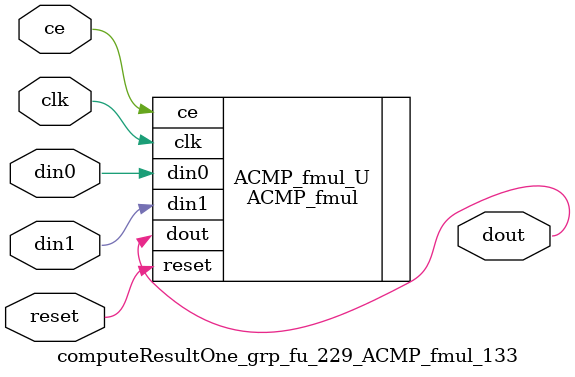
<source format=v>

`timescale 1 ns / 1 ps
module computeResultOne_grp_fu_229_ACMP_fmul_133(
    clk,
    reset,
    ce,
    din0,
    din1,
    dout);

parameter ID = 32'd1;
parameter NUM_STAGE = 32'd1;
parameter din0_WIDTH = 32'd1;
parameter din1_WIDTH = 32'd1;
parameter dout_WIDTH = 32'd1;
input clk;
input reset;
input ce;
input[din0_WIDTH - 1:0] din0;
input[din1_WIDTH - 1:0] din1;
output[dout_WIDTH - 1:0] dout;



ACMP_fmul #(
.ID( ID ),
.NUM_STAGE( 4 ),
.din0_WIDTH( din0_WIDTH ),
.din1_WIDTH( din1_WIDTH ),
.dout_WIDTH( dout_WIDTH ))
ACMP_fmul_U(
    .clk( clk ),
    .reset( reset ),
    .ce( ce ),
    .din0( din0 ),
    .din1( din1 ),
    .dout( dout ));

endmodule

</source>
